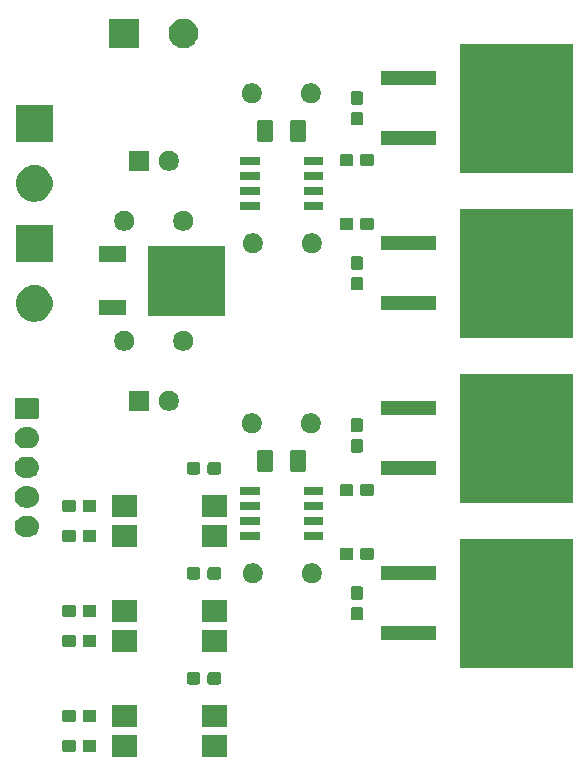
<source format=gts>
G04 #@! TF.GenerationSoftware,KiCad,Pcbnew,5.0.1-33cea8e~68~ubuntu16.04.1*
G04 #@! TF.CreationDate,2018-11-24T10:37:31+09:00*
G04 #@! TF.ProjectId,BS2103F_photo,425332313033465F70686F746F2E6B69,rev?*
G04 #@! TF.SameCoordinates,Original*
G04 #@! TF.FileFunction,Soldermask,Top*
G04 #@! TF.FilePolarity,Negative*
%FSLAX46Y46*%
G04 Gerber Fmt 4.6, Leading zero omitted, Abs format (unit mm)*
G04 Created by KiCad (PCBNEW 5.0.1-33cea8e~68~ubuntu16.04.1) date 2018年11月24日 10時37分31秒*
%MOMM*%
%LPD*%
G01*
G04 APERTURE LIST*
%ADD10C,0.100000*%
G04 APERTURE END LIST*
D10*
G36*
X145196000Y-133656000D02*
X143094000Y-133656000D01*
X143094000Y-131774000D01*
X145196000Y-131774000D01*
X145196000Y-133656000D01*
X145196000Y-133656000D01*
G37*
G36*
X137576000Y-133656000D02*
X135474000Y-133656000D01*
X135474000Y-131774000D01*
X137576000Y-131774000D01*
X137576000Y-133656000D01*
X137576000Y-133656000D01*
G37*
G36*
X132254499Y-132193445D02*
X132291993Y-132204819D01*
X132326557Y-132223294D01*
X132356847Y-132248153D01*
X132381706Y-132278443D01*
X132400181Y-132313007D01*
X132411555Y-132350501D01*
X132416000Y-132395638D01*
X132416000Y-133034362D01*
X132411555Y-133079499D01*
X132400181Y-133116993D01*
X132381706Y-133151557D01*
X132356847Y-133181847D01*
X132326557Y-133206706D01*
X132291993Y-133225181D01*
X132254499Y-133236555D01*
X132209362Y-133241000D01*
X131470638Y-133241000D01*
X131425501Y-133236555D01*
X131388007Y-133225181D01*
X131353443Y-133206706D01*
X131323153Y-133181847D01*
X131298294Y-133151557D01*
X131279819Y-133116993D01*
X131268445Y-133079499D01*
X131264000Y-133034362D01*
X131264000Y-132395638D01*
X131268445Y-132350501D01*
X131279819Y-132313007D01*
X131298294Y-132278443D01*
X131323153Y-132248153D01*
X131353443Y-132223294D01*
X131388007Y-132204819D01*
X131425501Y-132193445D01*
X131470638Y-132189000D01*
X132209362Y-132189000D01*
X132254499Y-132193445D01*
X132254499Y-132193445D01*
G37*
G36*
X134004499Y-132193445D02*
X134041993Y-132204819D01*
X134076557Y-132223294D01*
X134106847Y-132248153D01*
X134131706Y-132278443D01*
X134150181Y-132313007D01*
X134161555Y-132350501D01*
X134166000Y-132395638D01*
X134166000Y-133034362D01*
X134161555Y-133079499D01*
X134150181Y-133116993D01*
X134131706Y-133151557D01*
X134106847Y-133181847D01*
X134076557Y-133206706D01*
X134041993Y-133225181D01*
X134004499Y-133236555D01*
X133959362Y-133241000D01*
X133220638Y-133241000D01*
X133175501Y-133236555D01*
X133138007Y-133225181D01*
X133103443Y-133206706D01*
X133073153Y-133181847D01*
X133048294Y-133151557D01*
X133029819Y-133116993D01*
X133018445Y-133079499D01*
X133014000Y-133034362D01*
X133014000Y-132395638D01*
X133018445Y-132350501D01*
X133029819Y-132313007D01*
X133048294Y-132278443D01*
X133073153Y-132248153D01*
X133103443Y-132223294D01*
X133138007Y-132204819D01*
X133175501Y-132193445D01*
X133220638Y-132189000D01*
X133959362Y-132189000D01*
X134004499Y-132193445D01*
X134004499Y-132193445D01*
G37*
G36*
X145196000Y-131116000D02*
X143094000Y-131116000D01*
X143094000Y-129234000D01*
X145196000Y-129234000D01*
X145196000Y-131116000D01*
X145196000Y-131116000D01*
G37*
G36*
X137576000Y-131116000D02*
X135474000Y-131116000D01*
X135474000Y-129234000D01*
X137576000Y-129234000D01*
X137576000Y-131116000D01*
X137576000Y-131116000D01*
G37*
G36*
X134004499Y-129653445D02*
X134041993Y-129664819D01*
X134076557Y-129683294D01*
X134106847Y-129708153D01*
X134131706Y-129738443D01*
X134150181Y-129773007D01*
X134161555Y-129810501D01*
X134166000Y-129855638D01*
X134166000Y-130494362D01*
X134161555Y-130539499D01*
X134150181Y-130576993D01*
X134131706Y-130611557D01*
X134106847Y-130641847D01*
X134076557Y-130666706D01*
X134041993Y-130685181D01*
X134004499Y-130696555D01*
X133959362Y-130701000D01*
X133220638Y-130701000D01*
X133175501Y-130696555D01*
X133138007Y-130685181D01*
X133103443Y-130666706D01*
X133073153Y-130641847D01*
X133048294Y-130611557D01*
X133029819Y-130576993D01*
X133018445Y-130539499D01*
X133014000Y-130494362D01*
X133014000Y-129855638D01*
X133018445Y-129810501D01*
X133029819Y-129773007D01*
X133048294Y-129738443D01*
X133073153Y-129708153D01*
X133103443Y-129683294D01*
X133138007Y-129664819D01*
X133175501Y-129653445D01*
X133220638Y-129649000D01*
X133959362Y-129649000D01*
X134004499Y-129653445D01*
X134004499Y-129653445D01*
G37*
G36*
X132254499Y-129653445D02*
X132291993Y-129664819D01*
X132326557Y-129683294D01*
X132356847Y-129708153D01*
X132381706Y-129738443D01*
X132400181Y-129773007D01*
X132411555Y-129810501D01*
X132416000Y-129855638D01*
X132416000Y-130494362D01*
X132411555Y-130539499D01*
X132400181Y-130576993D01*
X132381706Y-130611557D01*
X132356847Y-130641847D01*
X132326557Y-130666706D01*
X132291993Y-130685181D01*
X132254499Y-130696555D01*
X132209362Y-130701000D01*
X131470638Y-130701000D01*
X131425501Y-130696555D01*
X131388007Y-130685181D01*
X131353443Y-130666706D01*
X131323153Y-130641847D01*
X131298294Y-130611557D01*
X131279819Y-130576993D01*
X131268445Y-130539499D01*
X131264000Y-130494362D01*
X131264000Y-129855638D01*
X131268445Y-129810501D01*
X131279819Y-129773007D01*
X131298294Y-129738443D01*
X131323153Y-129708153D01*
X131353443Y-129683294D01*
X131388007Y-129664819D01*
X131425501Y-129653445D01*
X131470638Y-129649000D01*
X132209362Y-129649000D01*
X132254499Y-129653445D01*
X132254499Y-129653445D01*
G37*
G36*
X144559499Y-126478445D02*
X144596993Y-126489819D01*
X144631557Y-126508294D01*
X144661847Y-126533153D01*
X144686706Y-126563443D01*
X144705181Y-126598007D01*
X144716555Y-126635501D01*
X144721000Y-126680638D01*
X144721000Y-127319362D01*
X144716555Y-127364499D01*
X144705181Y-127401993D01*
X144686706Y-127436557D01*
X144661847Y-127466847D01*
X144631557Y-127491706D01*
X144596993Y-127510181D01*
X144559499Y-127521555D01*
X144514362Y-127526000D01*
X143775638Y-127526000D01*
X143730501Y-127521555D01*
X143693007Y-127510181D01*
X143658443Y-127491706D01*
X143628153Y-127466847D01*
X143603294Y-127436557D01*
X143584819Y-127401993D01*
X143573445Y-127364499D01*
X143569000Y-127319362D01*
X143569000Y-126680638D01*
X143573445Y-126635501D01*
X143584819Y-126598007D01*
X143603294Y-126563443D01*
X143628153Y-126533153D01*
X143658443Y-126508294D01*
X143693007Y-126489819D01*
X143730501Y-126478445D01*
X143775638Y-126474000D01*
X144514362Y-126474000D01*
X144559499Y-126478445D01*
X144559499Y-126478445D01*
G37*
G36*
X142809499Y-126478445D02*
X142846993Y-126489819D01*
X142881557Y-126508294D01*
X142911847Y-126533153D01*
X142936706Y-126563443D01*
X142955181Y-126598007D01*
X142966555Y-126635501D01*
X142971000Y-126680638D01*
X142971000Y-127319362D01*
X142966555Y-127364499D01*
X142955181Y-127401993D01*
X142936706Y-127436557D01*
X142911847Y-127466847D01*
X142881557Y-127491706D01*
X142846993Y-127510181D01*
X142809499Y-127521555D01*
X142764362Y-127526000D01*
X142025638Y-127526000D01*
X141980501Y-127521555D01*
X141943007Y-127510181D01*
X141908443Y-127491706D01*
X141878153Y-127466847D01*
X141853294Y-127436557D01*
X141834819Y-127401993D01*
X141823445Y-127364499D01*
X141819000Y-127319362D01*
X141819000Y-126680638D01*
X141823445Y-126635501D01*
X141834819Y-126598007D01*
X141853294Y-126563443D01*
X141878153Y-126533153D01*
X141908443Y-126508294D01*
X141943007Y-126489819D01*
X141980501Y-126478445D01*
X142025638Y-126474000D01*
X142764362Y-126474000D01*
X142809499Y-126478445D01*
X142809499Y-126478445D01*
G37*
G36*
X174496000Y-126101000D02*
X164994000Y-126101000D01*
X164994000Y-115199000D01*
X174496000Y-115199000D01*
X174496000Y-126101000D01*
X174496000Y-126101000D01*
G37*
G36*
X145196000Y-124766000D02*
X143094000Y-124766000D01*
X143094000Y-122884000D01*
X145196000Y-122884000D01*
X145196000Y-124766000D01*
X145196000Y-124766000D01*
G37*
G36*
X137576000Y-124766000D02*
X135474000Y-124766000D01*
X135474000Y-122884000D01*
X137576000Y-122884000D01*
X137576000Y-124766000D01*
X137576000Y-124766000D01*
G37*
G36*
X134004499Y-123303445D02*
X134041993Y-123314819D01*
X134076557Y-123333294D01*
X134106847Y-123358153D01*
X134131706Y-123388443D01*
X134150181Y-123423007D01*
X134161555Y-123460501D01*
X134166000Y-123505638D01*
X134166000Y-124144362D01*
X134161555Y-124189499D01*
X134150181Y-124226993D01*
X134131706Y-124261557D01*
X134106847Y-124291847D01*
X134076557Y-124316706D01*
X134041993Y-124335181D01*
X134004499Y-124346555D01*
X133959362Y-124351000D01*
X133220638Y-124351000D01*
X133175501Y-124346555D01*
X133138007Y-124335181D01*
X133103443Y-124316706D01*
X133073153Y-124291847D01*
X133048294Y-124261557D01*
X133029819Y-124226993D01*
X133018445Y-124189499D01*
X133014000Y-124144362D01*
X133014000Y-123505638D01*
X133018445Y-123460501D01*
X133029819Y-123423007D01*
X133048294Y-123388443D01*
X133073153Y-123358153D01*
X133103443Y-123333294D01*
X133138007Y-123314819D01*
X133175501Y-123303445D01*
X133220638Y-123299000D01*
X133959362Y-123299000D01*
X134004499Y-123303445D01*
X134004499Y-123303445D01*
G37*
G36*
X132254499Y-123303445D02*
X132291993Y-123314819D01*
X132326557Y-123333294D01*
X132356847Y-123358153D01*
X132381706Y-123388443D01*
X132400181Y-123423007D01*
X132411555Y-123460501D01*
X132416000Y-123505638D01*
X132416000Y-124144362D01*
X132411555Y-124189499D01*
X132400181Y-124226993D01*
X132381706Y-124261557D01*
X132356847Y-124291847D01*
X132326557Y-124316706D01*
X132291993Y-124335181D01*
X132254499Y-124346555D01*
X132209362Y-124351000D01*
X131470638Y-124351000D01*
X131425501Y-124346555D01*
X131388007Y-124335181D01*
X131353443Y-124316706D01*
X131323153Y-124291847D01*
X131298294Y-124261557D01*
X131279819Y-124226993D01*
X131268445Y-124189499D01*
X131264000Y-124144362D01*
X131264000Y-123505638D01*
X131268445Y-123460501D01*
X131279819Y-123423007D01*
X131298294Y-123388443D01*
X131323153Y-123358153D01*
X131353443Y-123333294D01*
X131388007Y-123314819D01*
X131425501Y-123303445D01*
X131470638Y-123299000D01*
X132209362Y-123299000D01*
X132254499Y-123303445D01*
X132254499Y-123303445D01*
G37*
G36*
X162946000Y-123791000D02*
X158244000Y-123791000D01*
X158244000Y-122589000D01*
X162946000Y-122589000D01*
X162946000Y-123791000D01*
X162946000Y-123791000D01*
G37*
G36*
X145196000Y-122226000D02*
X143094000Y-122226000D01*
X143094000Y-120344000D01*
X145196000Y-120344000D01*
X145196000Y-122226000D01*
X145196000Y-122226000D01*
G37*
G36*
X137576000Y-122226000D02*
X135474000Y-122226000D01*
X135474000Y-120344000D01*
X137576000Y-120344000D01*
X137576000Y-122226000D01*
X137576000Y-122226000D01*
G37*
G36*
X156574499Y-120953445D02*
X156611993Y-120964819D01*
X156646557Y-120983294D01*
X156676847Y-121008153D01*
X156701706Y-121038443D01*
X156720181Y-121073007D01*
X156731555Y-121110501D01*
X156736000Y-121155638D01*
X156736000Y-121894362D01*
X156731555Y-121939499D01*
X156720181Y-121976993D01*
X156701706Y-122011557D01*
X156676847Y-122041847D01*
X156646557Y-122066706D01*
X156611993Y-122085181D01*
X156574499Y-122096555D01*
X156529362Y-122101000D01*
X155890638Y-122101000D01*
X155845501Y-122096555D01*
X155808007Y-122085181D01*
X155773443Y-122066706D01*
X155743153Y-122041847D01*
X155718294Y-122011557D01*
X155699819Y-121976993D01*
X155688445Y-121939499D01*
X155684000Y-121894362D01*
X155684000Y-121155638D01*
X155688445Y-121110501D01*
X155699819Y-121073007D01*
X155718294Y-121038443D01*
X155743153Y-121008153D01*
X155773443Y-120983294D01*
X155808007Y-120964819D01*
X155845501Y-120953445D01*
X155890638Y-120949000D01*
X156529362Y-120949000D01*
X156574499Y-120953445D01*
X156574499Y-120953445D01*
G37*
G36*
X134004499Y-120763445D02*
X134041993Y-120774819D01*
X134076557Y-120793294D01*
X134106847Y-120818153D01*
X134131706Y-120848443D01*
X134150181Y-120883007D01*
X134161555Y-120920501D01*
X134166000Y-120965638D01*
X134166000Y-121604362D01*
X134161555Y-121649499D01*
X134150181Y-121686993D01*
X134131706Y-121721557D01*
X134106847Y-121751847D01*
X134076557Y-121776706D01*
X134041993Y-121795181D01*
X134004499Y-121806555D01*
X133959362Y-121811000D01*
X133220638Y-121811000D01*
X133175501Y-121806555D01*
X133138007Y-121795181D01*
X133103443Y-121776706D01*
X133073153Y-121751847D01*
X133048294Y-121721557D01*
X133029819Y-121686993D01*
X133018445Y-121649499D01*
X133014000Y-121604362D01*
X133014000Y-120965638D01*
X133018445Y-120920501D01*
X133029819Y-120883007D01*
X133048294Y-120848443D01*
X133073153Y-120818153D01*
X133103443Y-120793294D01*
X133138007Y-120774819D01*
X133175501Y-120763445D01*
X133220638Y-120759000D01*
X133959362Y-120759000D01*
X134004499Y-120763445D01*
X134004499Y-120763445D01*
G37*
G36*
X132254499Y-120763445D02*
X132291993Y-120774819D01*
X132326557Y-120793294D01*
X132356847Y-120818153D01*
X132381706Y-120848443D01*
X132400181Y-120883007D01*
X132411555Y-120920501D01*
X132416000Y-120965638D01*
X132416000Y-121604362D01*
X132411555Y-121649499D01*
X132400181Y-121686993D01*
X132381706Y-121721557D01*
X132356847Y-121751847D01*
X132326557Y-121776706D01*
X132291993Y-121795181D01*
X132254499Y-121806555D01*
X132209362Y-121811000D01*
X131470638Y-121811000D01*
X131425501Y-121806555D01*
X131388007Y-121795181D01*
X131353443Y-121776706D01*
X131323153Y-121751847D01*
X131298294Y-121721557D01*
X131279819Y-121686993D01*
X131268445Y-121649499D01*
X131264000Y-121604362D01*
X131264000Y-120965638D01*
X131268445Y-120920501D01*
X131279819Y-120883007D01*
X131298294Y-120848443D01*
X131323153Y-120818153D01*
X131353443Y-120793294D01*
X131388007Y-120774819D01*
X131425501Y-120763445D01*
X131470638Y-120759000D01*
X132209362Y-120759000D01*
X132254499Y-120763445D01*
X132254499Y-120763445D01*
G37*
G36*
X156574499Y-119203445D02*
X156611993Y-119214819D01*
X156646557Y-119233294D01*
X156676847Y-119258153D01*
X156701706Y-119288443D01*
X156720181Y-119323007D01*
X156731555Y-119360501D01*
X156736000Y-119405638D01*
X156736000Y-120144362D01*
X156731555Y-120189499D01*
X156720181Y-120226993D01*
X156701706Y-120261557D01*
X156676847Y-120291847D01*
X156646557Y-120316706D01*
X156611993Y-120335181D01*
X156574499Y-120346555D01*
X156529362Y-120351000D01*
X155890638Y-120351000D01*
X155845501Y-120346555D01*
X155808007Y-120335181D01*
X155773443Y-120316706D01*
X155743153Y-120291847D01*
X155718294Y-120261557D01*
X155699819Y-120226993D01*
X155688445Y-120189499D01*
X155684000Y-120144362D01*
X155684000Y-119405638D01*
X155688445Y-119360501D01*
X155699819Y-119323007D01*
X155718294Y-119288443D01*
X155743153Y-119258153D01*
X155773443Y-119233294D01*
X155808007Y-119214819D01*
X155845501Y-119203445D01*
X155890638Y-119199000D01*
X156529362Y-119199000D01*
X156574499Y-119203445D01*
X156574499Y-119203445D01*
G37*
G36*
X152648228Y-117291703D02*
X152803100Y-117355853D01*
X152942481Y-117448985D01*
X153061015Y-117567519D01*
X153154147Y-117706900D01*
X153218297Y-117861772D01*
X153251000Y-118026184D01*
X153251000Y-118193816D01*
X153218297Y-118358228D01*
X153154147Y-118513100D01*
X153061015Y-118652481D01*
X152942481Y-118771015D01*
X152803100Y-118864147D01*
X152648228Y-118928297D01*
X152483816Y-118961000D01*
X152316184Y-118961000D01*
X152151772Y-118928297D01*
X151996900Y-118864147D01*
X151857519Y-118771015D01*
X151738985Y-118652481D01*
X151645853Y-118513100D01*
X151581703Y-118358228D01*
X151549000Y-118193816D01*
X151549000Y-118026184D01*
X151581703Y-117861772D01*
X151645853Y-117706900D01*
X151738985Y-117567519D01*
X151857519Y-117448985D01*
X151996900Y-117355853D01*
X152151772Y-117291703D01*
X152316184Y-117259000D01*
X152483816Y-117259000D01*
X152648228Y-117291703D01*
X152648228Y-117291703D01*
G37*
G36*
X147648228Y-117291703D02*
X147803100Y-117355853D01*
X147942481Y-117448985D01*
X148061015Y-117567519D01*
X148154147Y-117706900D01*
X148218297Y-117861772D01*
X148251000Y-118026184D01*
X148251000Y-118193816D01*
X148218297Y-118358228D01*
X148154147Y-118513100D01*
X148061015Y-118652481D01*
X147942481Y-118771015D01*
X147803100Y-118864147D01*
X147648228Y-118928297D01*
X147483816Y-118961000D01*
X147316184Y-118961000D01*
X147151772Y-118928297D01*
X146996900Y-118864147D01*
X146857519Y-118771015D01*
X146738985Y-118652481D01*
X146645853Y-118513100D01*
X146581703Y-118358228D01*
X146549000Y-118193816D01*
X146549000Y-118026184D01*
X146581703Y-117861772D01*
X146645853Y-117706900D01*
X146738985Y-117567519D01*
X146857519Y-117448985D01*
X146996900Y-117355853D01*
X147151772Y-117291703D01*
X147316184Y-117259000D01*
X147483816Y-117259000D01*
X147648228Y-117291703D01*
X147648228Y-117291703D01*
G37*
G36*
X162946000Y-118711000D02*
X158244000Y-118711000D01*
X158244000Y-117509000D01*
X162946000Y-117509000D01*
X162946000Y-118711000D01*
X162946000Y-118711000D01*
G37*
G36*
X144559499Y-117588445D02*
X144596993Y-117599819D01*
X144631557Y-117618294D01*
X144661847Y-117643153D01*
X144686706Y-117673443D01*
X144705181Y-117708007D01*
X144716555Y-117745501D01*
X144721000Y-117790638D01*
X144721000Y-118429362D01*
X144716555Y-118474499D01*
X144705181Y-118511993D01*
X144686706Y-118546557D01*
X144661847Y-118576847D01*
X144631557Y-118601706D01*
X144596993Y-118620181D01*
X144559499Y-118631555D01*
X144514362Y-118636000D01*
X143775638Y-118636000D01*
X143730501Y-118631555D01*
X143693007Y-118620181D01*
X143658443Y-118601706D01*
X143628153Y-118576847D01*
X143603294Y-118546557D01*
X143584819Y-118511993D01*
X143573445Y-118474499D01*
X143569000Y-118429362D01*
X143569000Y-117790638D01*
X143573445Y-117745501D01*
X143584819Y-117708007D01*
X143603294Y-117673443D01*
X143628153Y-117643153D01*
X143658443Y-117618294D01*
X143693007Y-117599819D01*
X143730501Y-117588445D01*
X143775638Y-117584000D01*
X144514362Y-117584000D01*
X144559499Y-117588445D01*
X144559499Y-117588445D01*
G37*
G36*
X142809499Y-117588445D02*
X142846993Y-117599819D01*
X142881557Y-117618294D01*
X142911847Y-117643153D01*
X142936706Y-117673443D01*
X142955181Y-117708007D01*
X142966555Y-117745501D01*
X142971000Y-117790638D01*
X142971000Y-118429362D01*
X142966555Y-118474499D01*
X142955181Y-118511993D01*
X142936706Y-118546557D01*
X142911847Y-118576847D01*
X142881557Y-118601706D01*
X142846993Y-118620181D01*
X142809499Y-118631555D01*
X142764362Y-118636000D01*
X142025638Y-118636000D01*
X141980501Y-118631555D01*
X141943007Y-118620181D01*
X141908443Y-118601706D01*
X141878153Y-118576847D01*
X141853294Y-118546557D01*
X141834819Y-118511993D01*
X141823445Y-118474499D01*
X141819000Y-118429362D01*
X141819000Y-117790638D01*
X141823445Y-117745501D01*
X141834819Y-117708007D01*
X141853294Y-117673443D01*
X141878153Y-117643153D01*
X141908443Y-117618294D01*
X141943007Y-117599819D01*
X141980501Y-117588445D01*
X142025638Y-117584000D01*
X142764362Y-117584000D01*
X142809499Y-117588445D01*
X142809499Y-117588445D01*
G37*
G36*
X157499499Y-115937445D02*
X157536993Y-115948819D01*
X157571557Y-115967294D01*
X157601847Y-115992153D01*
X157626706Y-116022443D01*
X157645181Y-116057007D01*
X157656555Y-116094501D01*
X157661000Y-116139638D01*
X157661000Y-116778362D01*
X157656555Y-116823499D01*
X157645181Y-116860993D01*
X157626706Y-116895557D01*
X157601847Y-116925847D01*
X157571557Y-116950706D01*
X157536993Y-116969181D01*
X157499499Y-116980555D01*
X157454362Y-116985000D01*
X156715638Y-116985000D01*
X156670501Y-116980555D01*
X156633007Y-116969181D01*
X156598443Y-116950706D01*
X156568153Y-116925847D01*
X156543294Y-116895557D01*
X156524819Y-116860993D01*
X156513445Y-116823499D01*
X156509000Y-116778362D01*
X156509000Y-116139638D01*
X156513445Y-116094501D01*
X156524819Y-116057007D01*
X156543294Y-116022443D01*
X156568153Y-115992153D01*
X156598443Y-115967294D01*
X156633007Y-115948819D01*
X156670501Y-115937445D01*
X156715638Y-115933000D01*
X157454362Y-115933000D01*
X157499499Y-115937445D01*
X157499499Y-115937445D01*
G37*
G36*
X155749499Y-115937445D02*
X155786993Y-115948819D01*
X155821557Y-115967294D01*
X155851847Y-115992153D01*
X155876706Y-116022443D01*
X155895181Y-116057007D01*
X155906555Y-116094501D01*
X155911000Y-116139638D01*
X155911000Y-116778362D01*
X155906555Y-116823499D01*
X155895181Y-116860993D01*
X155876706Y-116895557D01*
X155851847Y-116925847D01*
X155821557Y-116950706D01*
X155786993Y-116969181D01*
X155749499Y-116980555D01*
X155704362Y-116985000D01*
X154965638Y-116985000D01*
X154920501Y-116980555D01*
X154883007Y-116969181D01*
X154848443Y-116950706D01*
X154818153Y-116925847D01*
X154793294Y-116895557D01*
X154774819Y-116860993D01*
X154763445Y-116823499D01*
X154759000Y-116778362D01*
X154759000Y-116139638D01*
X154763445Y-116094501D01*
X154774819Y-116057007D01*
X154793294Y-116022443D01*
X154818153Y-115992153D01*
X154848443Y-115967294D01*
X154883007Y-115948819D01*
X154920501Y-115937445D01*
X154965638Y-115933000D01*
X155704362Y-115933000D01*
X155749499Y-115937445D01*
X155749499Y-115937445D01*
G37*
G36*
X137576000Y-115876000D02*
X135474000Y-115876000D01*
X135474000Y-113994000D01*
X137576000Y-113994000D01*
X137576000Y-115876000D01*
X137576000Y-115876000D01*
G37*
G36*
X145196000Y-115876000D02*
X143094000Y-115876000D01*
X143094000Y-113994000D01*
X145196000Y-113994000D01*
X145196000Y-115876000D01*
X145196000Y-115876000D01*
G37*
G36*
X134004499Y-114413445D02*
X134041993Y-114424819D01*
X134076557Y-114443294D01*
X134106847Y-114468153D01*
X134131706Y-114498443D01*
X134150181Y-114533007D01*
X134161555Y-114570501D01*
X134166000Y-114615638D01*
X134166000Y-115254362D01*
X134161555Y-115299499D01*
X134150181Y-115336993D01*
X134131706Y-115371557D01*
X134106847Y-115401847D01*
X134076557Y-115426706D01*
X134041993Y-115445181D01*
X134004499Y-115456555D01*
X133959362Y-115461000D01*
X133220638Y-115461000D01*
X133175501Y-115456555D01*
X133138007Y-115445181D01*
X133103443Y-115426706D01*
X133073153Y-115401847D01*
X133048294Y-115371557D01*
X133029819Y-115336993D01*
X133018445Y-115299499D01*
X133014000Y-115254362D01*
X133014000Y-114615638D01*
X133018445Y-114570501D01*
X133029819Y-114533007D01*
X133048294Y-114498443D01*
X133073153Y-114468153D01*
X133103443Y-114443294D01*
X133138007Y-114424819D01*
X133175501Y-114413445D01*
X133220638Y-114409000D01*
X133959362Y-114409000D01*
X134004499Y-114413445D01*
X134004499Y-114413445D01*
G37*
G36*
X132254499Y-114413445D02*
X132291993Y-114424819D01*
X132326557Y-114443294D01*
X132356847Y-114468153D01*
X132381706Y-114498443D01*
X132400181Y-114533007D01*
X132411555Y-114570501D01*
X132416000Y-114615638D01*
X132416000Y-115254362D01*
X132411555Y-115299499D01*
X132400181Y-115336993D01*
X132381706Y-115371557D01*
X132356847Y-115401847D01*
X132326557Y-115426706D01*
X132291993Y-115445181D01*
X132254499Y-115456555D01*
X132209362Y-115461000D01*
X131470638Y-115461000D01*
X131425501Y-115456555D01*
X131388007Y-115445181D01*
X131353443Y-115426706D01*
X131323153Y-115401847D01*
X131298294Y-115371557D01*
X131279819Y-115336993D01*
X131268445Y-115299499D01*
X131264000Y-115254362D01*
X131264000Y-114615638D01*
X131268445Y-114570501D01*
X131279819Y-114533007D01*
X131298294Y-114498443D01*
X131323153Y-114468153D01*
X131353443Y-114443294D01*
X131388007Y-114424819D01*
X131425501Y-114413445D01*
X131470638Y-114409000D01*
X132209362Y-114409000D01*
X132254499Y-114413445D01*
X132254499Y-114413445D01*
G37*
G36*
X153386000Y-115286000D02*
X151734000Y-115286000D01*
X151734000Y-114584000D01*
X153386000Y-114584000D01*
X153386000Y-115286000D01*
X153386000Y-115286000D01*
G37*
G36*
X147986000Y-115286000D02*
X146334000Y-115286000D01*
X146334000Y-114584000D01*
X147986000Y-114584000D01*
X147986000Y-115286000D01*
X147986000Y-115286000D01*
G37*
G36*
X128505442Y-113245518D02*
X128571627Y-113252037D01*
X128684853Y-113286384D01*
X128741467Y-113303557D01*
X128880087Y-113377652D01*
X128897991Y-113387222D01*
X128933729Y-113416552D01*
X129035186Y-113499814D01*
X129118448Y-113601271D01*
X129147778Y-113637009D01*
X129147779Y-113637011D01*
X129231443Y-113793533D01*
X129231443Y-113793534D01*
X129282963Y-113963373D01*
X129300359Y-114140000D01*
X129282963Y-114316627D01*
X129254942Y-114409000D01*
X129231443Y-114486467D01*
X129210373Y-114525885D01*
X129147778Y-114642991D01*
X129123971Y-114672000D01*
X129035186Y-114780186D01*
X128933729Y-114863448D01*
X128897991Y-114892778D01*
X128897989Y-114892779D01*
X128741467Y-114976443D01*
X128684853Y-114993616D01*
X128571627Y-115027963D01*
X128505443Y-115034481D01*
X128439260Y-115041000D01*
X128100740Y-115041000D01*
X128034557Y-115034481D01*
X127968373Y-115027963D01*
X127855147Y-114993616D01*
X127798533Y-114976443D01*
X127642011Y-114892779D01*
X127642009Y-114892778D01*
X127606271Y-114863448D01*
X127504814Y-114780186D01*
X127416029Y-114672000D01*
X127392222Y-114642991D01*
X127329627Y-114525885D01*
X127308557Y-114486467D01*
X127285058Y-114409000D01*
X127257037Y-114316627D01*
X127239641Y-114140000D01*
X127257037Y-113963373D01*
X127308557Y-113793534D01*
X127308557Y-113793533D01*
X127392221Y-113637011D01*
X127392222Y-113637009D01*
X127421552Y-113601271D01*
X127504814Y-113499814D01*
X127606271Y-113416552D01*
X127642009Y-113387222D01*
X127659913Y-113377652D01*
X127798533Y-113303557D01*
X127855147Y-113286384D01*
X127968373Y-113252037D01*
X128034558Y-113245518D01*
X128100740Y-113239000D01*
X128439260Y-113239000D01*
X128505442Y-113245518D01*
X128505442Y-113245518D01*
G37*
G36*
X147986000Y-114016000D02*
X146334000Y-114016000D01*
X146334000Y-113314000D01*
X147986000Y-113314000D01*
X147986000Y-114016000D01*
X147986000Y-114016000D01*
G37*
G36*
X153386000Y-114016000D02*
X151734000Y-114016000D01*
X151734000Y-113314000D01*
X153386000Y-113314000D01*
X153386000Y-114016000D01*
X153386000Y-114016000D01*
G37*
G36*
X137576000Y-113336000D02*
X135474000Y-113336000D01*
X135474000Y-111454000D01*
X137576000Y-111454000D01*
X137576000Y-113336000D01*
X137576000Y-113336000D01*
G37*
G36*
X145196000Y-113336000D02*
X143094000Y-113336000D01*
X143094000Y-111454000D01*
X145196000Y-111454000D01*
X145196000Y-113336000D01*
X145196000Y-113336000D01*
G37*
G36*
X134004499Y-111873445D02*
X134041993Y-111884819D01*
X134076557Y-111903294D01*
X134106847Y-111928153D01*
X134131706Y-111958443D01*
X134150181Y-111993007D01*
X134161555Y-112030501D01*
X134166000Y-112075638D01*
X134166000Y-112714362D01*
X134161555Y-112759499D01*
X134150181Y-112796993D01*
X134131706Y-112831557D01*
X134106847Y-112861847D01*
X134076557Y-112886706D01*
X134041993Y-112905181D01*
X134004499Y-112916555D01*
X133959362Y-112921000D01*
X133220638Y-112921000D01*
X133175501Y-112916555D01*
X133138007Y-112905181D01*
X133103443Y-112886706D01*
X133073153Y-112861847D01*
X133048294Y-112831557D01*
X133029819Y-112796993D01*
X133018445Y-112759499D01*
X133014000Y-112714362D01*
X133014000Y-112075638D01*
X133018445Y-112030501D01*
X133029819Y-111993007D01*
X133048294Y-111958443D01*
X133073153Y-111928153D01*
X133103443Y-111903294D01*
X133138007Y-111884819D01*
X133175501Y-111873445D01*
X133220638Y-111869000D01*
X133959362Y-111869000D01*
X134004499Y-111873445D01*
X134004499Y-111873445D01*
G37*
G36*
X132254499Y-111873445D02*
X132291993Y-111884819D01*
X132326557Y-111903294D01*
X132356847Y-111928153D01*
X132381706Y-111958443D01*
X132400181Y-111993007D01*
X132411555Y-112030501D01*
X132416000Y-112075638D01*
X132416000Y-112714362D01*
X132411555Y-112759499D01*
X132400181Y-112796993D01*
X132381706Y-112831557D01*
X132356847Y-112861847D01*
X132326557Y-112886706D01*
X132291993Y-112905181D01*
X132254499Y-112916555D01*
X132209362Y-112921000D01*
X131470638Y-112921000D01*
X131425501Y-112916555D01*
X131388007Y-112905181D01*
X131353443Y-112886706D01*
X131323153Y-112861847D01*
X131298294Y-112831557D01*
X131279819Y-112796993D01*
X131268445Y-112759499D01*
X131264000Y-112714362D01*
X131264000Y-112075638D01*
X131268445Y-112030501D01*
X131279819Y-111993007D01*
X131298294Y-111958443D01*
X131323153Y-111928153D01*
X131353443Y-111903294D01*
X131388007Y-111884819D01*
X131425501Y-111873445D01*
X131470638Y-111869000D01*
X132209362Y-111869000D01*
X132254499Y-111873445D01*
X132254499Y-111873445D01*
G37*
G36*
X147986000Y-112746000D02*
X146334000Y-112746000D01*
X146334000Y-112044000D01*
X147986000Y-112044000D01*
X147986000Y-112746000D01*
X147986000Y-112746000D01*
G37*
G36*
X153386000Y-112746000D02*
X151734000Y-112746000D01*
X151734000Y-112044000D01*
X153386000Y-112044000D01*
X153386000Y-112746000D01*
X153386000Y-112746000D01*
G37*
G36*
X128505442Y-110745518D02*
X128571627Y-110752037D01*
X128644029Y-110774000D01*
X128741467Y-110803557D01*
X128880087Y-110877652D01*
X128897991Y-110887222D01*
X128933729Y-110916552D01*
X129035186Y-110999814D01*
X129118448Y-111101271D01*
X129147778Y-111137009D01*
X129147779Y-111137011D01*
X129231443Y-111293533D01*
X129231443Y-111293534D01*
X129282963Y-111463373D01*
X129300359Y-111640000D01*
X129282963Y-111816627D01*
X129267076Y-111869000D01*
X129231443Y-111986467D01*
X129183779Y-112075638D01*
X129147778Y-112142991D01*
X129118448Y-112178729D01*
X129035186Y-112280186D01*
X128933729Y-112363448D01*
X128897991Y-112392778D01*
X128897989Y-112392779D01*
X128741467Y-112476443D01*
X128684853Y-112493616D01*
X128571627Y-112527963D01*
X128505442Y-112534482D01*
X128439260Y-112541000D01*
X128100740Y-112541000D01*
X128034558Y-112534482D01*
X127968373Y-112527963D01*
X127855147Y-112493616D01*
X127798533Y-112476443D01*
X127642011Y-112392779D01*
X127642009Y-112392778D01*
X127606271Y-112363448D01*
X127504814Y-112280186D01*
X127421552Y-112178729D01*
X127392222Y-112142991D01*
X127356221Y-112075638D01*
X127308557Y-111986467D01*
X127272924Y-111869000D01*
X127257037Y-111816627D01*
X127239641Y-111640000D01*
X127257037Y-111463373D01*
X127308557Y-111293534D01*
X127308557Y-111293533D01*
X127392221Y-111137011D01*
X127392222Y-111137009D01*
X127421552Y-111101271D01*
X127504814Y-110999814D01*
X127606271Y-110916552D01*
X127642009Y-110887222D01*
X127659913Y-110877652D01*
X127798533Y-110803557D01*
X127895971Y-110774000D01*
X127968373Y-110752037D01*
X128034558Y-110745518D01*
X128100740Y-110739000D01*
X128439260Y-110739000D01*
X128505442Y-110745518D01*
X128505442Y-110745518D01*
G37*
G36*
X174496000Y-112131000D02*
X164994000Y-112131000D01*
X164994000Y-101229000D01*
X174496000Y-101229000D01*
X174496000Y-112131000D01*
X174496000Y-112131000D01*
G37*
G36*
X155749499Y-110540445D02*
X155786993Y-110551819D01*
X155821557Y-110570294D01*
X155851847Y-110595153D01*
X155876706Y-110625443D01*
X155895181Y-110660007D01*
X155906555Y-110697501D01*
X155911000Y-110742638D01*
X155911000Y-111381362D01*
X155906555Y-111426499D01*
X155895181Y-111463993D01*
X155876706Y-111498557D01*
X155851847Y-111528847D01*
X155821557Y-111553706D01*
X155786993Y-111572181D01*
X155749499Y-111583555D01*
X155704362Y-111588000D01*
X154965638Y-111588000D01*
X154920501Y-111583555D01*
X154883007Y-111572181D01*
X154848443Y-111553706D01*
X154818153Y-111528847D01*
X154793294Y-111498557D01*
X154774819Y-111463993D01*
X154763445Y-111426499D01*
X154759000Y-111381362D01*
X154759000Y-110742638D01*
X154763445Y-110697501D01*
X154774819Y-110660007D01*
X154793294Y-110625443D01*
X154818153Y-110595153D01*
X154848443Y-110570294D01*
X154883007Y-110551819D01*
X154920501Y-110540445D01*
X154965638Y-110536000D01*
X155704362Y-110536000D01*
X155749499Y-110540445D01*
X155749499Y-110540445D01*
G37*
G36*
X157499499Y-110540445D02*
X157536993Y-110551819D01*
X157571557Y-110570294D01*
X157601847Y-110595153D01*
X157626706Y-110625443D01*
X157645181Y-110660007D01*
X157656555Y-110697501D01*
X157661000Y-110742638D01*
X157661000Y-111381362D01*
X157656555Y-111426499D01*
X157645181Y-111463993D01*
X157626706Y-111498557D01*
X157601847Y-111528847D01*
X157571557Y-111553706D01*
X157536993Y-111572181D01*
X157499499Y-111583555D01*
X157454362Y-111588000D01*
X156715638Y-111588000D01*
X156670501Y-111583555D01*
X156633007Y-111572181D01*
X156598443Y-111553706D01*
X156568153Y-111528847D01*
X156543294Y-111498557D01*
X156524819Y-111463993D01*
X156513445Y-111426499D01*
X156509000Y-111381362D01*
X156509000Y-110742638D01*
X156513445Y-110697501D01*
X156524819Y-110660007D01*
X156543294Y-110625443D01*
X156568153Y-110595153D01*
X156598443Y-110570294D01*
X156633007Y-110551819D01*
X156670501Y-110540445D01*
X156715638Y-110536000D01*
X157454362Y-110536000D01*
X157499499Y-110540445D01*
X157499499Y-110540445D01*
G37*
G36*
X153386000Y-111476000D02*
X151734000Y-111476000D01*
X151734000Y-110774000D01*
X153386000Y-110774000D01*
X153386000Y-111476000D01*
X153386000Y-111476000D01*
G37*
G36*
X147986000Y-111476000D02*
X146334000Y-111476000D01*
X146334000Y-110774000D01*
X147986000Y-110774000D01*
X147986000Y-111476000D01*
X147986000Y-111476000D01*
G37*
G36*
X128505443Y-108245519D02*
X128571627Y-108252037D01*
X128684853Y-108286384D01*
X128741467Y-108303557D01*
X128880087Y-108377652D01*
X128897991Y-108387222D01*
X128933729Y-108416552D01*
X129035186Y-108499814D01*
X129118448Y-108601271D01*
X129147778Y-108637009D01*
X129147779Y-108637011D01*
X129231443Y-108793533D01*
X129238867Y-108818007D01*
X129282963Y-108963373D01*
X129300359Y-109140000D01*
X129282963Y-109316627D01*
X129260455Y-109390826D01*
X129231443Y-109486467D01*
X129179499Y-109583646D01*
X129147778Y-109642991D01*
X129126458Y-109668969D01*
X129035186Y-109780186D01*
X128933729Y-109863448D01*
X128897991Y-109892778D01*
X128897989Y-109892779D01*
X128741467Y-109976443D01*
X128684853Y-109993616D01*
X128571627Y-110027963D01*
X128505442Y-110034482D01*
X128439260Y-110041000D01*
X128100740Y-110041000D01*
X128034558Y-110034482D01*
X127968373Y-110027963D01*
X127855147Y-109993616D01*
X127798533Y-109976443D01*
X127642011Y-109892779D01*
X127642009Y-109892778D01*
X127606271Y-109863448D01*
X127504814Y-109780186D01*
X127413542Y-109668969D01*
X127392222Y-109642991D01*
X127360501Y-109583646D01*
X127308557Y-109486467D01*
X127279545Y-109390826D01*
X127257037Y-109316627D01*
X127239641Y-109140000D01*
X127257037Y-108963373D01*
X127301133Y-108818007D01*
X127308557Y-108793533D01*
X127392221Y-108637011D01*
X127392222Y-108637009D01*
X127421552Y-108601271D01*
X127504814Y-108499814D01*
X127606271Y-108416552D01*
X127642009Y-108387222D01*
X127659913Y-108377652D01*
X127798533Y-108303557D01*
X127855147Y-108286384D01*
X127968373Y-108252037D01*
X128034557Y-108245519D01*
X128100740Y-108239000D01*
X128439260Y-108239000D01*
X128505443Y-108245519D01*
X128505443Y-108245519D01*
G37*
G36*
X162946000Y-109821000D02*
X158244000Y-109821000D01*
X158244000Y-108619000D01*
X162946000Y-108619000D01*
X162946000Y-109821000D01*
X162946000Y-109821000D01*
G37*
G36*
X144559499Y-108698445D02*
X144596993Y-108709819D01*
X144631557Y-108728294D01*
X144661847Y-108753153D01*
X144686706Y-108783443D01*
X144705181Y-108818007D01*
X144716555Y-108855501D01*
X144721000Y-108900638D01*
X144721000Y-109539362D01*
X144716555Y-109584499D01*
X144705181Y-109621993D01*
X144686706Y-109656557D01*
X144661847Y-109686847D01*
X144631557Y-109711706D01*
X144596993Y-109730181D01*
X144559499Y-109741555D01*
X144514362Y-109746000D01*
X143775638Y-109746000D01*
X143730501Y-109741555D01*
X143693007Y-109730181D01*
X143658443Y-109711706D01*
X143628153Y-109686847D01*
X143603294Y-109656557D01*
X143584819Y-109621993D01*
X143573445Y-109584499D01*
X143569000Y-109539362D01*
X143569000Y-108900638D01*
X143573445Y-108855501D01*
X143584819Y-108818007D01*
X143603294Y-108783443D01*
X143628153Y-108753153D01*
X143658443Y-108728294D01*
X143693007Y-108709819D01*
X143730501Y-108698445D01*
X143775638Y-108694000D01*
X144514362Y-108694000D01*
X144559499Y-108698445D01*
X144559499Y-108698445D01*
G37*
G36*
X142809499Y-108698445D02*
X142846993Y-108709819D01*
X142881557Y-108728294D01*
X142911847Y-108753153D01*
X142936706Y-108783443D01*
X142955181Y-108818007D01*
X142966555Y-108855501D01*
X142971000Y-108900638D01*
X142971000Y-109539362D01*
X142966555Y-109584499D01*
X142955181Y-109621993D01*
X142936706Y-109656557D01*
X142911847Y-109686847D01*
X142881557Y-109711706D01*
X142846993Y-109730181D01*
X142809499Y-109741555D01*
X142764362Y-109746000D01*
X142025638Y-109746000D01*
X141980501Y-109741555D01*
X141943007Y-109730181D01*
X141908443Y-109711706D01*
X141878153Y-109686847D01*
X141853294Y-109656557D01*
X141834819Y-109621993D01*
X141823445Y-109584499D01*
X141819000Y-109539362D01*
X141819000Y-108900638D01*
X141823445Y-108855501D01*
X141834819Y-108818007D01*
X141853294Y-108783443D01*
X141878153Y-108753153D01*
X141908443Y-108728294D01*
X141943007Y-108709819D01*
X141980501Y-108698445D01*
X142025638Y-108694000D01*
X142764362Y-108694000D01*
X142809499Y-108698445D01*
X142809499Y-108698445D01*
G37*
G36*
X148978604Y-107663347D02*
X149015145Y-107674432D01*
X149048820Y-107692431D01*
X149078341Y-107716659D01*
X149102569Y-107746180D01*
X149120568Y-107779855D01*
X149131653Y-107816396D01*
X149136000Y-107860538D01*
X149136000Y-109309462D01*
X149131653Y-109353604D01*
X149120568Y-109390145D01*
X149102569Y-109423820D01*
X149078341Y-109453341D01*
X149048820Y-109477569D01*
X149015145Y-109495568D01*
X148978604Y-109506653D01*
X148934462Y-109511000D01*
X147985538Y-109511000D01*
X147941396Y-109506653D01*
X147904855Y-109495568D01*
X147871180Y-109477569D01*
X147841659Y-109453341D01*
X147817431Y-109423820D01*
X147799432Y-109390145D01*
X147788347Y-109353604D01*
X147784000Y-109309462D01*
X147784000Y-107860538D01*
X147788347Y-107816396D01*
X147799432Y-107779855D01*
X147817431Y-107746180D01*
X147841659Y-107716659D01*
X147871180Y-107692431D01*
X147904855Y-107674432D01*
X147941396Y-107663347D01*
X147985538Y-107659000D01*
X148934462Y-107659000D01*
X148978604Y-107663347D01*
X148978604Y-107663347D01*
G37*
G36*
X151778604Y-107663347D02*
X151815145Y-107674432D01*
X151848820Y-107692431D01*
X151878341Y-107716659D01*
X151902569Y-107746180D01*
X151920568Y-107779855D01*
X151931653Y-107816396D01*
X151936000Y-107860538D01*
X151936000Y-109309462D01*
X151931653Y-109353604D01*
X151920568Y-109390145D01*
X151902569Y-109423820D01*
X151878341Y-109453341D01*
X151848820Y-109477569D01*
X151815145Y-109495568D01*
X151778604Y-109506653D01*
X151734462Y-109511000D01*
X150785538Y-109511000D01*
X150741396Y-109506653D01*
X150704855Y-109495568D01*
X150671180Y-109477569D01*
X150641659Y-109453341D01*
X150617431Y-109423820D01*
X150599432Y-109390145D01*
X150588347Y-109353604D01*
X150584000Y-109309462D01*
X150584000Y-107860538D01*
X150588347Y-107816396D01*
X150599432Y-107779855D01*
X150617431Y-107746180D01*
X150641659Y-107716659D01*
X150671180Y-107692431D01*
X150704855Y-107674432D01*
X150741396Y-107663347D01*
X150785538Y-107659000D01*
X151734462Y-107659000D01*
X151778604Y-107663347D01*
X151778604Y-107663347D01*
G37*
G36*
X156574499Y-106743445D02*
X156611993Y-106754819D01*
X156646557Y-106773294D01*
X156676847Y-106798153D01*
X156701706Y-106828443D01*
X156720181Y-106863007D01*
X156731555Y-106900501D01*
X156736000Y-106945638D01*
X156736000Y-107684362D01*
X156731555Y-107729499D01*
X156720181Y-107766993D01*
X156701706Y-107801557D01*
X156676847Y-107831847D01*
X156646557Y-107856706D01*
X156611993Y-107875181D01*
X156574499Y-107886555D01*
X156529362Y-107891000D01*
X155890638Y-107891000D01*
X155845501Y-107886555D01*
X155808007Y-107875181D01*
X155773443Y-107856706D01*
X155743153Y-107831847D01*
X155718294Y-107801557D01*
X155699819Y-107766993D01*
X155688445Y-107729499D01*
X155684000Y-107684362D01*
X155684000Y-106945638D01*
X155688445Y-106900501D01*
X155699819Y-106863007D01*
X155718294Y-106828443D01*
X155743153Y-106798153D01*
X155773443Y-106773294D01*
X155808007Y-106754819D01*
X155845501Y-106743445D01*
X155890638Y-106739000D01*
X156529362Y-106739000D01*
X156574499Y-106743445D01*
X156574499Y-106743445D01*
G37*
G36*
X128505442Y-105745518D02*
X128571627Y-105752037D01*
X128684853Y-105786384D01*
X128741467Y-105803557D01*
X128759320Y-105813100D01*
X128897991Y-105887222D01*
X128933729Y-105916552D01*
X129035186Y-105999814D01*
X129114678Y-106096677D01*
X129147778Y-106137009D01*
X129147779Y-106137011D01*
X129231443Y-106293533D01*
X129231443Y-106293534D01*
X129282963Y-106463373D01*
X129300359Y-106640000D01*
X129282963Y-106816627D01*
X129257520Y-106900501D01*
X129231443Y-106986467D01*
X129223140Y-107002000D01*
X129147778Y-107142991D01*
X129118448Y-107178729D01*
X129035186Y-107280186D01*
X128933729Y-107363448D01*
X128897991Y-107392778D01*
X128897989Y-107392779D01*
X128741467Y-107476443D01*
X128684853Y-107493616D01*
X128571627Y-107527963D01*
X128505442Y-107534482D01*
X128439260Y-107541000D01*
X128100740Y-107541000D01*
X128034558Y-107534482D01*
X127968373Y-107527963D01*
X127855147Y-107493616D01*
X127798533Y-107476443D01*
X127642011Y-107392779D01*
X127642009Y-107392778D01*
X127606271Y-107363448D01*
X127504814Y-107280186D01*
X127421552Y-107178729D01*
X127392222Y-107142991D01*
X127316860Y-107002000D01*
X127308557Y-106986467D01*
X127282480Y-106900501D01*
X127257037Y-106816627D01*
X127239641Y-106640000D01*
X127257037Y-106463373D01*
X127308557Y-106293534D01*
X127308557Y-106293533D01*
X127392221Y-106137011D01*
X127392222Y-106137009D01*
X127425322Y-106096677D01*
X127504814Y-105999814D01*
X127606271Y-105916552D01*
X127642009Y-105887222D01*
X127780680Y-105813100D01*
X127798533Y-105803557D01*
X127855147Y-105786384D01*
X127968373Y-105752037D01*
X128034558Y-105745518D01*
X128100740Y-105739000D01*
X128439260Y-105739000D01*
X128505442Y-105745518D01*
X128505442Y-105745518D01*
G37*
G36*
X152568228Y-104591703D02*
X152723100Y-104655853D01*
X152862481Y-104748985D01*
X152981015Y-104867519D01*
X153074147Y-105006900D01*
X153138297Y-105161772D01*
X153171000Y-105326184D01*
X153171000Y-105493816D01*
X153138297Y-105658228D01*
X153074147Y-105813100D01*
X152981015Y-105952481D01*
X152862481Y-106071015D01*
X152723100Y-106164147D01*
X152568228Y-106228297D01*
X152403816Y-106261000D01*
X152236184Y-106261000D01*
X152071772Y-106228297D01*
X151916900Y-106164147D01*
X151777519Y-106071015D01*
X151658985Y-105952481D01*
X151565853Y-105813100D01*
X151501703Y-105658228D01*
X151469000Y-105493816D01*
X151469000Y-105326184D01*
X151501703Y-105161772D01*
X151565853Y-105006900D01*
X151658985Y-104867519D01*
X151777519Y-104748985D01*
X151916900Y-104655853D01*
X152071772Y-104591703D01*
X152236184Y-104559000D01*
X152403816Y-104559000D01*
X152568228Y-104591703D01*
X152568228Y-104591703D01*
G37*
G36*
X147568228Y-104591703D02*
X147723100Y-104655853D01*
X147862481Y-104748985D01*
X147981015Y-104867519D01*
X148074147Y-105006900D01*
X148138297Y-105161772D01*
X148171000Y-105326184D01*
X148171000Y-105493816D01*
X148138297Y-105658228D01*
X148074147Y-105813100D01*
X147981015Y-105952481D01*
X147862481Y-106071015D01*
X147723100Y-106164147D01*
X147568228Y-106228297D01*
X147403816Y-106261000D01*
X147236184Y-106261000D01*
X147071772Y-106228297D01*
X146916900Y-106164147D01*
X146777519Y-106071015D01*
X146658985Y-105952481D01*
X146565853Y-105813100D01*
X146501703Y-105658228D01*
X146469000Y-105493816D01*
X146469000Y-105326184D01*
X146501703Y-105161772D01*
X146565853Y-105006900D01*
X146658985Y-104867519D01*
X146777519Y-104748985D01*
X146916900Y-104655853D01*
X147071772Y-104591703D01*
X147236184Y-104559000D01*
X147403816Y-104559000D01*
X147568228Y-104591703D01*
X147568228Y-104591703D01*
G37*
G36*
X156574499Y-104993445D02*
X156611993Y-105004819D01*
X156646557Y-105023294D01*
X156676847Y-105048153D01*
X156701706Y-105078443D01*
X156720181Y-105113007D01*
X156731555Y-105150501D01*
X156736000Y-105195638D01*
X156736000Y-105934362D01*
X156731555Y-105979499D01*
X156720181Y-106016993D01*
X156701706Y-106051557D01*
X156676847Y-106081847D01*
X156646557Y-106106706D01*
X156611993Y-106125181D01*
X156574499Y-106136555D01*
X156529362Y-106141000D01*
X155890638Y-106141000D01*
X155845501Y-106136555D01*
X155808007Y-106125181D01*
X155773443Y-106106706D01*
X155743153Y-106081847D01*
X155718294Y-106051557D01*
X155699819Y-106016993D01*
X155688445Y-105979499D01*
X155684000Y-105934362D01*
X155684000Y-105195638D01*
X155688445Y-105150501D01*
X155699819Y-105113007D01*
X155718294Y-105078443D01*
X155743153Y-105048153D01*
X155773443Y-105023294D01*
X155808007Y-105004819D01*
X155845501Y-104993445D01*
X155890638Y-104989000D01*
X156529362Y-104989000D01*
X156574499Y-104993445D01*
X156574499Y-104993445D01*
G37*
G36*
X129153600Y-103242989D02*
X129186649Y-103253014D01*
X129217106Y-103269294D01*
X129243799Y-103291201D01*
X129265706Y-103317894D01*
X129281986Y-103348351D01*
X129292011Y-103381400D01*
X129296000Y-103421904D01*
X129296000Y-104858096D01*
X129292011Y-104898600D01*
X129281986Y-104931649D01*
X129265706Y-104962106D01*
X129243799Y-104988799D01*
X129217106Y-105010706D01*
X129186649Y-105026986D01*
X129153600Y-105037011D01*
X129113096Y-105041000D01*
X127426904Y-105041000D01*
X127386400Y-105037011D01*
X127353351Y-105026986D01*
X127322894Y-105010706D01*
X127296201Y-104988799D01*
X127274294Y-104962106D01*
X127258014Y-104931649D01*
X127247989Y-104898600D01*
X127244000Y-104858096D01*
X127244000Y-103421904D01*
X127247989Y-103381400D01*
X127258014Y-103348351D01*
X127274294Y-103317894D01*
X127296201Y-103291201D01*
X127322894Y-103269294D01*
X127353351Y-103253014D01*
X127386400Y-103242989D01*
X127426904Y-103239000D01*
X129113096Y-103239000D01*
X129153600Y-103242989D01*
X129153600Y-103242989D01*
G37*
G36*
X162946000Y-104741000D02*
X158244000Y-104741000D01*
X158244000Y-103539000D01*
X162946000Y-103539000D01*
X162946000Y-104741000D01*
X162946000Y-104741000D01*
G37*
G36*
X140543228Y-102686703D02*
X140698100Y-102750853D01*
X140837481Y-102843985D01*
X140956015Y-102962519D01*
X141049147Y-103101900D01*
X141113297Y-103256772D01*
X141146000Y-103421184D01*
X141146000Y-103588816D01*
X141113297Y-103753228D01*
X141049147Y-103908100D01*
X140956015Y-104047481D01*
X140837481Y-104166015D01*
X140698100Y-104259147D01*
X140543228Y-104323297D01*
X140378816Y-104356000D01*
X140211184Y-104356000D01*
X140046772Y-104323297D01*
X139891900Y-104259147D01*
X139752519Y-104166015D01*
X139633985Y-104047481D01*
X139540853Y-103908100D01*
X139476703Y-103753228D01*
X139444000Y-103588816D01*
X139444000Y-103421184D01*
X139476703Y-103256772D01*
X139540853Y-103101900D01*
X139633985Y-102962519D01*
X139752519Y-102843985D01*
X139891900Y-102750853D01*
X140046772Y-102686703D01*
X140211184Y-102654000D01*
X140378816Y-102654000D01*
X140543228Y-102686703D01*
X140543228Y-102686703D01*
G37*
G36*
X138646000Y-104356000D02*
X136944000Y-104356000D01*
X136944000Y-102654000D01*
X138646000Y-102654000D01*
X138646000Y-104356000D01*
X138646000Y-104356000D01*
G37*
G36*
X141773228Y-97606703D02*
X141928100Y-97670853D01*
X142067481Y-97763985D01*
X142186015Y-97882519D01*
X142279147Y-98021900D01*
X142343297Y-98176772D01*
X142376000Y-98341184D01*
X142376000Y-98508816D01*
X142343297Y-98673228D01*
X142279147Y-98828100D01*
X142186015Y-98967481D01*
X142067481Y-99086015D01*
X141928100Y-99179147D01*
X141773228Y-99243297D01*
X141608816Y-99276000D01*
X141441184Y-99276000D01*
X141276772Y-99243297D01*
X141121900Y-99179147D01*
X140982519Y-99086015D01*
X140863985Y-98967481D01*
X140770853Y-98828100D01*
X140706703Y-98673228D01*
X140674000Y-98508816D01*
X140674000Y-98341184D01*
X140706703Y-98176772D01*
X140770853Y-98021900D01*
X140863985Y-97882519D01*
X140982519Y-97763985D01*
X141121900Y-97670853D01*
X141276772Y-97606703D01*
X141441184Y-97574000D01*
X141608816Y-97574000D01*
X141773228Y-97606703D01*
X141773228Y-97606703D01*
G37*
G36*
X136773228Y-97606703D02*
X136928100Y-97670853D01*
X137067481Y-97763985D01*
X137186015Y-97882519D01*
X137279147Y-98021900D01*
X137343297Y-98176772D01*
X137376000Y-98341184D01*
X137376000Y-98508816D01*
X137343297Y-98673228D01*
X137279147Y-98828100D01*
X137186015Y-98967481D01*
X137067481Y-99086015D01*
X136928100Y-99179147D01*
X136773228Y-99243297D01*
X136608816Y-99276000D01*
X136441184Y-99276000D01*
X136276772Y-99243297D01*
X136121900Y-99179147D01*
X135982519Y-99086015D01*
X135863985Y-98967481D01*
X135770853Y-98828100D01*
X135706703Y-98673228D01*
X135674000Y-98508816D01*
X135674000Y-98341184D01*
X135706703Y-98176772D01*
X135770853Y-98021900D01*
X135863985Y-97882519D01*
X135982519Y-97763985D01*
X136121900Y-97670853D01*
X136276772Y-97606703D01*
X136441184Y-97574000D01*
X136608816Y-97574000D01*
X136773228Y-97606703D01*
X136773228Y-97606703D01*
G37*
G36*
X174496000Y-98161000D02*
X164994000Y-98161000D01*
X164994000Y-87259000D01*
X174496000Y-87259000D01*
X174496000Y-98161000D01*
X174496000Y-98161000D01*
G37*
G36*
X129257527Y-93738736D02*
X129357410Y-93758604D01*
X129639674Y-93875521D01*
X129893705Y-94045259D01*
X130109741Y-94261295D01*
X130279479Y-94515326D01*
X130396396Y-94797590D01*
X130456000Y-95097240D01*
X130456000Y-95402760D01*
X130396396Y-95702410D01*
X130279479Y-95984674D01*
X130109741Y-96238705D01*
X129893705Y-96454741D01*
X129639674Y-96624479D01*
X129357410Y-96741396D01*
X129257527Y-96761264D01*
X129057762Y-96801000D01*
X128752238Y-96801000D01*
X128552473Y-96761264D01*
X128452590Y-96741396D01*
X128170326Y-96624479D01*
X127916295Y-96454741D01*
X127700259Y-96238705D01*
X127530521Y-95984674D01*
X127413604Y-95702410D01*
X127354000Y-95402760D01*
X127354000Y-95097240D01*
X127413604Y-94797590D01*
X127530521Y-94515326D01*
X127700259Y-94261295D01*
X127916295Y-94045259D01*
X128170326Y-93875521D01*
X128452590Y-93758604D01*
X128552473Y-93738736D01*
X128752238Y-93699000D01*
X129057762Y-93699000D01*
X129257527Y-93738736D01*
X129257527Y-93738736D01*
G37*
G36*
X145051000Y-96296000D02*
X138549000Y-96296000D01*
X138549000Y-90394000D01*
X145051000Y-90394000D01*
X145051000Y-96296000D01*
X145051000Y-96296000D01*
G37*
G36*
X136651000Y-96276000D02*
X134349000Y-96276000D01*
X134349000Y-94974000D01*
X136651000Y-94974000D01*
X136651000Y-96276000D01*
X136651000Y-96276000D01*
G37*
G36*
X162946000Y-95851000D02*
X158244000Y-95851000D01*
X158244000Y-94649000D01*
X162946000Y-94649000D01*
X162946000Y-95851000D01*
X162946000Y-95851000D01*
G37*
G36*
X156574499Y-93013445D02*
X156611993Y-93024819D01*
X156646557Y-93043294D01*
X156676847Y-93068153D01*
X156701706Y-93098443D01*
X156720181Y-93133007D01*
X156731555Y-93170501D01*
X156736000Y-93215638D01*
X156736000Y-93954362D01*
X156731555Y-93999499D01*
X156720181Y-94036993D01*
X156701706Y-94071557D01*
X156676847Y-94101847D01*
X156646557Y-94126706D01*
X156611993Y-94145181D01*
X156574499Y-94156555D01*
X156529362Y-94161000D01*
X155890638Y-94161000D01*
X155845501Y-94156555D01*
X155808007Y-94145181D01*
X155773443Y-94126706D01*
X155743153Y-94101847D01*
X155718294Y-94071557D01*
X155699819Y-94036993D01*
X155688445Y-93999499D01*
X155684000Y-93954362D01*
X155684000Y-93215638D01*
X155688445Y-93170501D01*
X155699819Y-93133007D01*
X155718294Y-93098443D01*
X155743153Y-93068153D01*
X155773443Y-93043294D01*
X155808007Y-93024819D01*
X155845501Y-93013445D01*
X155890638Y-93009000D01*
X156529362Y-93009000D01*
X156574499Y-93013445D01*
X156574499Y-93013445D01*
G37*
G36*
X156574499Y-91263445D02*
X156611993Y-91274819D01*
X156646557Y-91293294D01*
X156676847Y-91318153D01*
X156701706Y-91348443D01*
X156720181Y-91383007D01*
X156731555Y-91420501D01*
X156736000Y-91465638D01*
X156736000Y-92204362D01*
X156731555Y-92249499D01*
X156720181Y-92286993D01*
X156701706Y-92321557D01*
X156676847Y-92351847D01*
X156646557Y-92376706D01*
X156611993Y-92395181D01*
X156574499Y-92406555D01*
X156529362Y-92411000D01*
X155890638Y-92411000D01*
X155845501Y-92406555D01*
X155808007Y-92395181D01*
X155773443Y-92376706D01*
X155743153Y-92351847D01*
X155718294Y-92321557D01*
X155699819Y-92286993D01*
X155688445Y-92249499D01*
X155684000Y-92204362D01*
X155684000Y-91465638D01*
X155688445Y-91420501D01*
X155699819Y-91383007D01*
X155718294Y-91348443D01*
X155743153Y-91318153D01*
X155773443Y-91293294D01*
X155808007Y-91274819D01*
X155845501Y-91263445D01*
X155890638Y-91259000D01*
X156529362Y-91259000D01*
X156574499Y-91263445D01*
X156574499Y-91263445D01*
G37*
G36*
X130456000Y-91721000D02*
X127354000Y-91721000D01*
X127354000Y-88619000D01*
X130456000Y-88619000D01*
X130456000Y-91721000D01*
X130456000Y-91721000D01*
G37*
G36*
X136651000Y-91716000D02*
X134349000Y-91716000D01*
X134349000Y-90414000D01*
X136651000Y-90414000D01*
X136651000Y-91716000D01*
X136651000Y-91716000D01*
G37*
G36*
X147648228Y-89351703D02*
X147803100Y-89415853D01*
X147942481Y-89508985D01*
X148061015Y-89627519D01*
X148154147Y-89766900D01*
X148218297Y-89921772D01*
X148251000Y-90086184D01*
X148251000Y-90253816D01*
X148218297Y-90418228D01*
X148154147Y-90573100D01*
X148061015Y-90712481D01*
X147942481Y-90831015D01*
X147803100Y-90924147D01*
X147648228Y-90988297D01*
X147483816Y-91021000D01*
X147316184Y-91021000D01*
X147151772Y-90988297D01*
X146996900Y-90924147D01*
X146857519Y-90831015D01*
X146738985Y-90712481D01*
X146645853Y-90573100D01*
X146581703Y-90418228D01*
X146549000Y-90253816D01*
X146549000Y-90086184D01*
X146581703Y-89921772D01*
X146645853Y-89766900D01*
X146738985Y-89627519D01*
X146857519Y-89508985D01*
X146996900Y-89415853D01*
X147151772Y-89351703D01*
X147316184Y-89319000D01*
X147483816Y-89319000D01*
X147648228Y-89351703D01*
X147648228Y-89351703D01*
G37*
G36*
X152648228Y-89351703D02*
X152803100Y-89415853D01*
X152942481Y-89508985D01*
X153061015Y-89627519D01*
X153154147Y-89766900D01*
X153218297Y-89921772D01*
X153251000Y-90086184D01*
X153251000Y-90253816D01*
X153218297Y-90418228D01*
X153154147Y-90573100D01*
X153061015Y-90712481D01*
X152942481Y-90831015D01*
X152803100Y-90924147D01*
X152648228Y-90988297D01*
X152483816Y-91021000D01*
X152316184Y-91021000D01*
X152151772Y-90988297D01*
X151996900Y-90924147D01*
X151857519Y-90831015D01*
X151738985Y-90712481D01*
X151645853Y-90573100D01*
X151581703Y-90418228D01*
X151549000Y-90253816D01*
X151549000Y-90086184D01*
X151581703Y-89921772D01*
X151645853Y-89766900D01*
X151738985Y-89627519D01*
X151857519Y-89508985D01*
X151996900Y-89415853D01*
X152151772Y-89351703D01*
X152316184Y-89319000D01*
X152483816Y-89319000D01*
X152648228Y-89351703D01*
X152648228Y-89351703D01*
G37*
G36*
X162946000Y-90771000D02*
X158244000Y-90771000D01*
X158244000Y-89569000D01*
X162946000Y-89569000D01*
X162946000Y-90771000D01*
X162946000Y-90771000D01*
G37*
G36*
X136773228Y-87446703D02*
X136928100Y-87510853D01*
X137067481Y-87603985D01*
X137186015Y-87722519D01*
X137279147Y-87861900D01*
X137343297Y-88016772D01*
X137376000Y-88181184D01*
X137376000Y-88348816D01*
X137343297Y-88513228D01*
X137279147Y-88668100D01*
X137186015Y-88807481D01*
X137067481Y-88926015D01*
X136928100Y-89019147D01*
X136773228Y-89083297D01*
X136608816Y-89116000D01*
X136441184Y-89116000D01*
X136276772Y-89083297D01*
X136121900Y-89019147D01*
X135982519Y-88926015D01*
X135863985Y-88807481D01*
X135770853Y-88668100D01*
X135706703Y-88513228D01*
X135674000Y-88348816D01*
X135674000Y-88181184D01*
X135706703Y-88016772D01*
X135770853Y-87861900D01*
X135863985Y-87722519D01*
X135982519Y-87603985D01*
X136121900Y-87510853D01*
X136276772Y-87446703D01*
X136441184Y-87414000D01*
X136608816Y-87414000D01*
X136773228Y-87446703D01*
X136773228Y-87446703D01*
G37*
G36*
X141773228Y-87446703D02*
X141928100Y-87510853D01*
X142067481Y-87603985D01*
X142186015Y-87722519D01*
X142279147Y-87861900D01*
X142343297Y-88016772D01*
X142376000Y-88181184D01*
X142376000Y-88348816D01*
X142343297Y-88513228D01*
X142279147Y-88668100D01*
X142186015Y-88807481D01*
X142067481Y-88926015D01*
X141928100Y-89019147D01*
X141773228Y-89083297D01*
X141608816Y-89116000D01*
X141441184Y-89116000D01*
X141276772Y-89083297D01*
X141121900Y-89019147D01*
X140982519Y-88926015D01*
X140863985Y-88807481D01*
X140770853Y-88668100D01*
X140706703Y-88513228D01*
X140674000Y-88348816D01*
X140674000Y-88181184D01*
X140706703Y-88016772D01*
X140770853Y-87861900D01*
X140863985Y-87722519D01*
X140982519Y-87603985D01*
X141121900Y-87510853D01*
X141276772Y-87446703D01*
X141441184Y-87414000D01*
X141608816Y-87414000D01*
X141773228Y-87446703D01*
X141773228Y-87446703D01*
G37*
G36*
X157499499Y-87997445D02*
X157536993Y-88008819D01*
X157571557Y-88027294D01*
X157601847Y-88052153D01*
X157626706Y-88082443D01*
X157645181Y-88117007D01*
X157656555Y-88154501D01*
X157661000Y-88199638D01*
X157661000Y-88838362D01*
X157656555Y-88883499D01*
X157645181Y-88920993D01*
X157626706Y-88955557D01*
X157601847Y-88985847D01*
X157571557Y-89010706D01*
X157536993Y-89029181D01*
X157499499Y-89040555D01*
X157454362Y-89045000D01*
X156715638Y-89045000D01*
X156670501Y-89040555D01*
X156633007Y-89029181D01*
X156598443Y-89010706D01*
X156568153Y-88985847D01*
X156543294Y-88955557D01*
X156524819Y-88920993D01*
X156513445Y-88883499D01*
X156509000Y-88838362D01*
X156509000Y-88199638D01*
X156513445Y-88154501D01*
X156524819Y-88117007D01*
X156543294Y-88082443D01*
X156568153Y-88052153D01*
X156598443Y-88027294D01*
X156633007Y-88008819D01*
X156670501Y-87997445D01*
X156715638Y-87993000D01*
X157454362Y-87993000D01*
X157499499Y-87997445D01*
X157499499Y-87997445D01*
G37*
G36*
X155749499Y-87997445D02*
X155786993Y-88008819D01*
X155821557Y-88027294D01*
X155851847Y-88052153D01*
X155876706Y-88082443D01*
X155895181Y-88117007D01*
X155906555Y-88154501D01*
X155911000Y-88199638D01*
X155911000Y-88838362D01*
X155906555Y-88883499D01*
X155895181Y-88920993D01*
X155876706Y-88955557D01*
X155851847Y-88985847D01*
X155821557Y-89010706D01*
X155786993Y-89029181D01*
X155749499Y-89040555D01*
X155704362Y-89045000D01*
X154965638Y-89045000D01*
X154920501Y-89040555D01*
X154883007Y-89029181D01*
X154848443Y-89010706D01*
X154818153Y-88985847D01*
X154793294Y-88955557D01*
X154774819Y-88920993D01*
X154763445Y-88883499D01*
X154759000Y-88838362D01*
X154759000Y-88199638D01*
X154763445Y-88154501D01*
X154774819Y-88117007D01*
X154793294Y-88082443D01*
X154818153Y-88052153D01*
X154848443Y-88027294D01*
X154883007Y-88008819D01*
X154920501Y-87997445D01*
X154965638Y-87993000D01*
X155704362Y-87993000D01*
X155749499Y-87997445D01*
X155749499Y-87997445D01*
G37*
G36*
X153386000Y-87346000D02*
X151734000Y-87346000D01*
X151734000Y-86644000D01*
X153386000Y-86644000D01*
X153386000Y-87346000D01*
X153386000Y-87346000D01*
G37*
G36*
X147986000Y-87346000D02*
X146334000Y-87346000D01*
X146334000Y-86644000D01*
X147986000Y-86644000D01*
X147986000Y-87346000D01*
X147986000Y-87346000D01*
G37*
G36*
X129215966Y-83570469D02*
X129357410Y-83598604D01*
X129639674Y-83715521D01*
X129893705Y-83885259D01*
X130109741Y-84101295D01*
X130279479Y-84355326D01*
X130396396Y-84637590D01*
X130456000Y-84937240D01*
X130456000Y-85242760D01*
X130396396Y-85542410D01*
X130279479Y-85824674D01*
X130109741Y-86078705D01*
X129893705Y-86294741D01*
X129639674Y-86464479D01*
X129357410Y-86581396D01*
X129257527Y-86601264D01*
X129057762Y-86641000D01*
X128752238Y-86641000D01*
X128552473Y-86601264D01*
X128452590Y-86581396D01*
X128170326Y-86464479D01*
X127916295Y-86294741D01*
X127700259Y-86078705D01*
X127530521Y-85824674D01*
X127413604Y-85542410D01*
X127354000Y-85242760D01*
X127354000Y-84937240D01*
X127413604Y-84637590D01*
X127530521Y-84355326D01*
X127700259Y-84101295D01*
X127916295Y-83885259D01*
X128170326Y-83715521D01*
X128452590Y-83598604D01*
X128594034Y-83570469D01*
X128752238Y-83539000D01*
X129057762Y-83539000D01*
X129215966Y-83570469D01*
X129215966Y-83570469D01*
G37*
G36*
X147986000Y-86076000D02*
X146334000Y-86076000D01*
X146334000Y-85374000D01*
X147986000Y-85374000D01*
X147986000Y-86076000D01*
X147986000Y-86076000D01*
G37*
G36*
X153386000Y-86076000D02*
X151734000Y-86076000D01*
X151734000Y-85374000D01*
X153386000Y-85374000D01*
X153386000Y-86076000D01*
X153386000Y-86076000D01*
G37*
G36*
X147986000Y-84806000D02*
X146334000Y-84806000D01*
X146334000Y-84104000D01*
X147986000Y-84104000D01*
X147986000Y-84806000D01*
X147986000Y-84806000D01*
G37*
G36*
X153386000Y-84806000D02*
X151734000Y-84806000D01*
X151734000Y-84104000D01*
X153386000Y-84104000D01*
X153386000Y-84806000D01*
X153386000Y-84806000D01*
G37*
G36*
X174496000Y-84191000D02*
X164994000Y-84191000D01*
X164994000Y-73289000D01*
X174496000Y-73289000D01*
X174496000Y-84191000D01*
X174496000Y-84191000D01*
G37*
G36*
X138646000Y-84036000D02*
X136944000Y-84036000D01*
X136944000Y-82334000D01*
X138646000Y-82334000D01*
X138646000Y-84036000D01*
X138646000Y-84036000D01*
G37*
G36*
X140543228Y-82366703D02*
X140698100Y-82430853D01*
X140837481Y-82523985D01*
X140956015Y-82642519D01*
X141049147Y-82781900D01*
X141113297Y-82936772D01*
X141146000Y-83101184D01*
X141146000Y-83268816D01*
X141113297Y-83433228D01*
X141049147Y-83588100D01*
X140956015Y-83727481D01*
X140837481Y-83846015D01*
X140698100Y-83939147D01*
X140543228Y-84003297D01*
X140378816Y-84036000D01*
X140211184Y-84036000D01*
X140046772Y-84003297D01*
X139891900Y-83939147D01*
X139752519Y-83846015D01*
X139633985Y-83727481D01*
X139540853Y-83588100D01*
X139476703Y-83433228D01*
X139444000Y-83268816D01*
X139444000Y-83101184D01*
X139476703Y-82936772D01*
X139540853Y-82781900D01*
X139633985Y-82642519D01*
X139752519Y-82523985D01*
X139891900Y-82430853D01*
X140046772Y-82366703D01*
X140211184Y-82334000D01*
X140378816Y-82334000D01*
X140543228Y-82366703D01*
X140543228Y-82366703D01*
G37*
G36*
X157499499Y-82599945D02*
X157536993Y-82611319D01*
X157571557Y-82629794D01*
X157601847Y-82654653D01*
X157626706Y-82684943D01*
X157645181Y-82719507D01*
X157656555Y-82757001D01*
X157661000Y-82802138D01*
X157661000Y-83440862D01*
X157656555Y-83485999D01*
X157645181Y-83523493D01*
X157626706Y-83558057D01*
X157601847Y-83588347D01*
X157571557Y-83613206D01*
X157536993Y-83631681D01*
X157499499Y-83643055D01*
X157454362Y-83647500D01*
X156715638Y-83647500D01*
X156670501Y-83643055D01*
X156633007Y-83631681D01*
X156598443Y-83613206D01*
X156568153Y-83588347D01*
X156543294Y-83558057D01*
X156524819Y-83523493D01*
X156513445Y-83485999D01*
X156509000Y-83440862D01*
X156509000Y-82802138D01*
X156513445Y-82757001D01*
X156524819Y-82719507D01*
X156543294Y-82684943D01*
X156568153Y-82654653D01*
X156598443Y-82629794D01*
X156633007Y-82611319D01*
X156670501Y-82599945D01*
X156715638Y-82595500D01*
X157454362Y-82595500D01*
X157499499Y-82599945D01*
X157499499Y-82599945D01*
G37*
G36*
X155749499Y-82599945D02*
X155786993Y-82611319D01*
X155821557Y-82629794D01*
X155851847Y-82654653D01*
X155876706Y-82684943D01*
X155895181Y-82719507D01*
X155906555Y-82757001D01*
X155911000Y-82802138D01*
X155911000Y-83440862D01*
X155906555Y-83485999D01*
X155895181Y-83523493D01*
X155876706Y-83558057D01*
X155851847Y-83588347D01*
X155821557Y-83613206D01*
X155786993Y-83631681D01*
X155749499Y-83643055D01*
X155704362Y-83647500D01*
X154965638Y-83647500D01*
X154920501Y-83643055D01*
X154883007Y-83631681D01*
X154848443Y-83613206D01*
X154818153Y-83588347D01*
X154793294Y-83558057D01*
X154774819Y-83523493D01*
X154763445Y-83485999D01*
X154759000Y-83440862D01*
X154759000Y-82802138D01*
X154763445Y-82757001D01*
X154774819Y-82719507D01*
X154793294Y-82684943D01*
X154818153Y-82654653D01*
X154848443Y-82629794D01*
X154883007Y-82611319D01*
X154920501Y-82599945D01*
X154965638Y-82595500D01*
X155704362Y-82595500D01*
X155749499Y-82599945D01*
X155749499Y-82599945D01*
G37*
G36*
X153386000Y-83536000D02*
X151734000Y-83536000D01*
X151734000Y-82834000D01*
X153386000Y-82834000D01*
X153386000Y-83536000D01*
X153386000Y-83536000D01*
G37*
G36*
X147986000Y-83536000D02*
X146334000Y-83536000D01*
X146334000Y-82834000D01*
X147986000Y-82834000D01*
X147986000Y-83536000D01*
X147986000Y-83536000D01*
G37*
G36*
X162946000Y-81881000D02*
X158244000Y-81881000D01*
X158244000Y-80679000D01*
X162946000Y-80679000D01*
X162946000Y-81881000D01*
X162946000Y-81881000D01*
G37*
G36*
X148978604Y-79723347D02*
X149015145Y-79734432D01*
X149048820Y-79752431D01*
X149078341Y-79776659D01*
X149102569Y-79806180D01*
X149120568Y-79839855D01*
X149131653Y-79876396D01*
X149136000Y-79920538D01*
X149136000Y-81369462D01*
X149131653Y-81413604D01*
X149120568Y-81450145D01*
X149102569Y-81483820D01*
X149078341Y-81513341D01*
X149048820Y-81537569D01*
X149015145Y-81555568D01*
X148978604Y-81566653D01*
X148934462Y-81571000D01*
X147985538Y-81571000D01*
X147941396Y-81566653D01*
X147904855Y-81555568D01*
X147871180Y-81537569D01*
X147841659Y-81513341D01*
X147817431Y-81483820D01*
X147799432Y-81450145D01*
X147788347Y-81413604D01*
X147784000Y-81369462D01*
X147784000Y-79920538D01*
X147788347Y-79876396D01*
X147799432Y-79839855D01*
X147817431Y-79806180D01*
X147841659Y-79776659D01*
X147871180Y-79752431D01*
X147904855Y-79734432D01*
X147941396Y-79723347D01*
X147985538Y-79719000D01*
X148934462Y-79719000D01*
X148978604Y-79723347D01*
X148978604Y-79723347D01*
G37*
G36*
X151778604Y-79723347D02*
X151815145Y-79734432D01*
X151848820Y-79752431D01*
X151878341Y-79776659D01*
X151902569Y-79806180D01*
X151920568Y-79839855D01*
X151931653Y-79876396D01*
X151936000Y-79920538D01*
X151936000Y-81369462D01*
X151931653Y-81413604D01*
X151920568Y-81450145D01*
X151902569Y-81483820D01*
X151878341Y-81513341D01*
X151848820Y-81537569D01*
X151815145Y-81555568D01*
X151778604Y-81566653D01*
X151734462Y-81571000D01*
X150785538Y-81571000D01*
X150741396Y-81566653D01*
X150704855Y-81555568D01*
X150671180Y-81537569D01*
X150641659Y-81513341D01*
X150617431Y-81483820D01*
X150599432Y-81450145D01*
X150588347Y-81413604D01*
X150584000Y-81369462D01*
X150584000Y-79920538D01*
X150588347Y-79876396D01*
X150599432Y-79839855D01*
X150617431Y-79806180D01*
X150641659Y-79776659D01*
X150671180Y-79752431D01*
X150704855Y-79734432D01*
X150741396Y-79723347D01*
X150785538Y-79719000D01*
X151734462Y-79719000D01*
X151778604Y-79723347D01*
X151778604Y-79723347D01*
G37*
G36*
X130456000Y-81561000D02*
X127354000Y-81561000D01*
X127354000Y-78459000D01*
X130456000Y-78459000D01*
X130456000Y-81561000D01*
X130456000Y-81561000D01*
G37*
G36*
X156574499Y-79043445D02*
X156611993Y-79054819D01*
X156646557Y-79073294D01*
X156676847Y-79098153D01*
X156701706Y-79128443D01*
X156720181Y-79163007D01*
X156731555Y-79200501D01*
X156736000Y-79245638D01*
X156736000Y-79984362D01*
X156731555Y-80029499D01*
X156720181Y-80066993D01*
X156701706Y-80101557D01*
X156676847Y-80131847D01*
X156646557Y-80156706D01*
X156611993Y-80175181D01*
X156574499Y-80186555D01*
X156529362Y-80191000D01*
X155890638Y-80191000D01*
X155845501Y-80186555D01*
X155808007Y-80175181D01*
X155773443Y-80156706D01*
X155743153Y-80131847D01*
X155718294Y-80101557D01*
X155699819Y-80066993D01*
X155688445Y-80029499D01*
X155684000Y-79984362D01*
X155684000Y-79245638D01*
X155688445Y-79200501D01*
X155699819Y-79163007D01*
X155718294Y-79128443D01*
X155743153Y-79098153D01*
X155773443Y-79073294D01*
X155808007Y-79054819D01*
X155845501Y-79043445D01*
X155890638Y-79039000D01*
X156529362Y-79039000D01*
X156574499Y-79043445D01*
X156574499Y-79043445D01*
G37*
G36*
X156574499Y-77293445D02*
X156611993Y-77304819D01*
X156646557Y-77323294D01*
X156676847Y-77348153D01*
X156701706Y-77378443D01*
X156720181Y-77413007D01*
X156731555Y-77450501D01*
X156736000Y-77495638D01*
X156736000Y-78234362D01*
X156731555Y-78279499D01*
X156720181Y-78316993D01*
X156701706Y-78351557D01*
X156676847Y-78381847D01*
X156646557Y-78406706D01*
X156611993Y-78425181D01*
X156574499Y-78436555D01*
X156529362Y-78441000D01*
X155890638Y-78441000D01*
X155845501Y-78436555D01*
X155808007Y-78425181D01*
X155773443Y-78406706D01*
X155743153Y-78381847D01*
X155718294Y-78351557D01*
X155699819Y-78316993D01*
X155688445Y-78279499D01*
X155684000Y-78234362D01*
X155684000Y-77495638D01*
X155688445Y-77450501D01*
X155699819Y-77413007D01*
X155718294Y-77378443D01*
X155743153Y-77348153D01*
X155773443Y-77323294D01*
X155808007Y-77304819D01*
X155845501Y-77293445D01*
X155890638Y-77289000D01*
X156529362Y-77289000D01*
X156574499Y-77293445D01*
X156574499Y-77293445D01*
G37*
G36*
X147568228Y-76651703D02*
X147723100Y-76715853D01*
X147862481Y-76808985D01*
X147981015Y-76927519D01*
X148074147Y-77066900D01*
X148138297Y-77221772D01*
X148171000Y-77386184D01*
X148171000Y-77553816D01*
X148138297Y-77718228D01*
X148074147Y-77873100D01*
X147981015Y-78012481D01*
X147862481Y-78131015D01*
X147723100Y-78224147D01*
X147568228Y-78288297D01*
X147403816Y-78321000D01*
X147236184Y-78321000D01*
X147071772Y-78288297D01*
X146916900Y-78224147D01*
X146777519Y-78131015D01*
X146658985Y-78012481D01*
X146565853Y-77873100D01*
X146501703Y-77718228D01*
X146469000Y-77553816D01*
X146469000Y-77386184D01*
X146501703Y-77221772D01*
X146565853Y-77066900D01*
X146658985Y-76927519D01*
X146777519Y-76808985D01*
X146916900Y-76715853D01*
X147071772Y-76651703D01*
X147236184Y-76619000D01*
X147403816Y-76619000D01*
X147568228Y-76651703D01*
X147568228Y-76651703D01*
G37*
G36*
X152568228Y-76651703D02*
X152723100Y-76715853D01*
X152862481Y-76808985D01*
X152981015Y-76927519D01*
X153074147Y-77066900D01*
X153138297Y-77221772D01*
X153171000Y-77386184D01*
X153171000Y-77553816D01*
X153138297Y-77718228D01*
X153074147Y-77873100D01*
X152981015Y-78012481D01*
X152862481Y-78131015D01*
X152723100Y-78224147D01*
X152568228Y-78288297D01*
X152403816Y-78321000D01*
X152236184Y-78321000D01*
X152071772Y-78288297D01*
X151916900Y-78224147D01*
X151777519Y-78131015D01*
X151658985Y-78012481D01*
X151565853Y-77873100D01*
X151501703Y-77718228D01*
X151469000Y-77553816D01*
X151469000Y-77386184D01*
X151501703Y-77221772D01*
X151565853Y-77066900D01*
X151658985Y-76927519D01*
X151777519Y-76808985D01*
X151916900Y-76715853D01*
X152071772Y-76651703D01*
X152236184Y-76619000D01*
X152403816Y-76619000D01*
X152568228Y-76651703D01*
X152568228Y-76651703D01*
G37*
G36*
X162946000Y-76801000D02*
X158244000Y-76801000D01*
X158244000Y-75599000D01*
X162946000Y-75599000D01*
X162946000Y-76801000D01*
X162946000Y-76801000D01*
G37*
G36*
X137776000Y-73641000D02*
X135274000Y-73641000D01*
X135274000Y-71139000D01*
X137776000Y-71139000D01*
X137776000Y-73641000D01*
X137776000Y-73641000D01*
G37*
G36*
X141708636Y-71151019D02*
X141889903Y-71187075D01*
X142117571Y-71281378D01*
X142321542Y-71417668D01*
X142322469Y-71418287D01*
X142496713Y-71592531D01*
X142496715Y-71592534D01*
X142633622Y-71797429D01*
X142727925Y-72025097D01*
X142776000Y-72266787D01*
X142776000Y-72513213D01*
X142727925Y-72754903D01*
X142633622Y-72982571D01*
X142497332Y-73186542D01*
X142496713Y-73187469D01*
X142322469Y-73361713D01*
X142322466Y-73361715D01*
X142117571Y-73498622D01*
X141889903Y-73592925D01*
X141708636Y-73628981D01*
X141648214Y-73641000D01*
X141401786Y-73641000D01*
X141341364Y-73628981D01*
X141160097Y-73592925D01*
X140932429Y-73498622D01*
X140727534Y-73361715D01*
X140727531Y-73361713D01*
X140553287Y-73187469D01*
X140552668Y-73186542D01*
X140416378Y-72982571D01*
X140322075Y-72754903D01*
X140274000Y-72513213D01*
X140274000Y-72266787D01*
X140322075Y-72025097D01*
X140416378Y-71797429D01*
X140553285Y-71592534D01*
X140553287Y-71592531D01*
X140727531Y-71418287D01*
X140728458Y-71417668D01*
X140932429Y-71281378D01*
X141160097Y-71187075D01*
X141341364Y-71151019D01*
X141401786Y-71139000D01*
X141648214Y-71139000D01*
X141708636Y-71151019D01*
X141708636Y-71151019D01*
G37*
M02*

</source>
